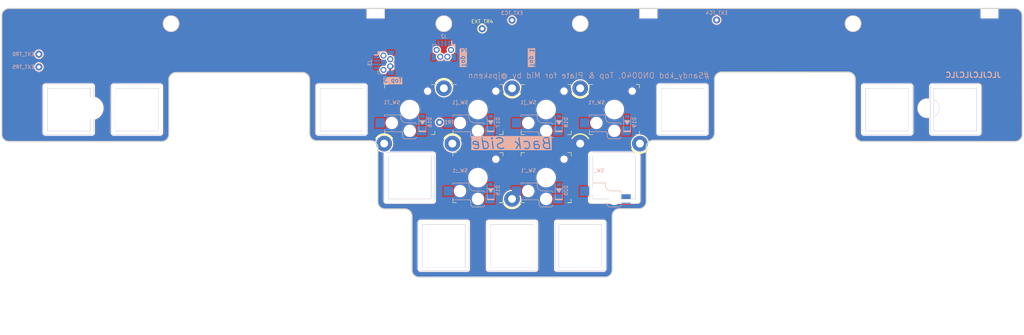
<source format=kicad_pcb>
(kicad_pcb (version 20240108) (generator "pcbnew") (generator_version "8.0")
  (title_block (title "Sandy") (date "2023-01-06") (rev "v.0") (company "@jpskenn"))
  (layers (0 "F.Cu" signal) (31 "B.Cu" signal) (34 "B.Paste" user) (35 "F.Paste" user) (36 "B.SilkS" user "B.Silkscreen") (37 "F.SilkS" user "F.Silkscreen") (38 "B.Mask" user) (39 "F.Mask" user) (44 "Edge.Cuts" user))
  (net 0 "")
  (net 1 "Top_row4")
  (net 2 "GND")
  (net 3 "Net-(D16-A)")
  (net 4 "Net-(D17-A)")
  (net 5 "Net-(D18-A)")
  (net 6 "Top_row0")
  (net 7 "Top_row5")
  (net 8 "Net-(D19-A)")
  (net 9 "Top_row1")
  (net 10 "Top_col2")
  (net 11 "Top_col3")
  (net 12 "Top_col4")
  (net 13 "Net-(D15-A)")
  (net 14 "Net-(D20-A)")
  (footprint "locallib:Kailh_socket_ChocV2" (layer "F.Cu") (at 148.45531 65.103405)
    (property "Reference" "SW_;1" (at -5 -2 0) (layer "B.SilkS") (effects (justify mirror)))
    (property "Value" "SW_Push")
    (fp_line (start -7 1.5) (end -7 2) (stroke (width 0.15)) (layer "B.SilkS"))
    (fp_line (start -7 5.6) (end -7 6.2) (stroke (width 0.15)) (layer "B.SilkS"))
    (fp_line (start -7 6.2) (end -2.5 6.2) (stroke (width 0.15)) (layer "B.SilkS"))
    (fp_line (start -2.5 1.5) (end -7 1.5) (stroke (width 0.15)) (layer "B.SilkS"))
    (fp_line (start -2.5 2.2) (end -2.5 1.5) (stroke (width 0.15)) (layer "B.SilkS"))
    (fp_line (start -2 6.7) (end -2 7.7) (stroke (width 0.15)) (layer "B.SilkS"))
    (fp_line (start -1.5 8.2) (end -2 7.7) (stroke (width 0.15)) (layer "B.SilkS"))
    (fp_line (start 1.5 3.7) (end -1 3.7) (stroke (width 0.15)) (layer "B.SilkS"))
    (fp_line (start 1.5 8.2) (end -1.5 8.2) (stroke (width 0.15)) (layer "B.SilkS"))
    (fp_line (start 2 4.2) (end 1.5 3.7) (stroke (width 0.15)) (layer "B.SilkS"))
    (fp_line (start 2 7.7) (end 1.5 8.2) (stroke (width 0.15)) (layer "B.SilkS"))
    (fp_arc (start -2.5 6.2) (mid -2.146447 6.346447) (end -2 6.7) (stroke (width 0.15)) (layer "B.SilkS"))
    (fp_arc (start -1 3.7) (mid -2.06066 3.26066) (end -2.5 2.2) (stroke (width 0.15)) (layer "B.SilkS"))
    (fp_line (start -7 -6) (end -7 -7) (stroke (width 0.15)) (layer "F.SilkS"))
    (fp_line (start -7 7) (end -7 6) (stroke (width 0.15)) (layer "F.SilkS"))
    (fp_line (start -7 7) (end -6 7) (stroke (width 0.15)) (layer "F.SilkS"))
    (fp_line (start -6 -7) (end -7 -7) (stroke (width 0.15)) (layer "F.SilkS"))
    (fp_line (start 6 7) (end 7 7) (stroke (width 0.15)) (layer "F.SilkS"))
    (fp_line (start 7 -7) (end 6 -7) (stroke (width 0.15)) (layer "F.SilkS"))
    (fp_line (start 7 -7) (end 7 -6) (stroke (width 0.15)) (layer "F.SilkS"))
    (fp_line (start 7 6) (end 7 7) (stroke (width 0.15)) (layer "F.SilkS"))
    (fp_line (start 7 7) (end 6 7) (stroke (width 0.15)) (layer "F.SilkS"))
    (pad "" np_thru_hole circle (at -5 3.75) (size 3 3) (drill 3) (layers "*.Cu" "*.Mask"))
    (pad "" np_thru_hole circle (at 0 0) (size 5 5) (drill 5) (layers "*.Cu" "*.Mask"))
    (pad "" np_thru_hole circle (at 0 5.95) (size 3 3) (drill 3) (layers "*.Cu" "*.Mask"))
    (pad "" np_thru_hole circle (at 5 -5.15) (size 1.6 1.6) (drill 1.6) (layers "F&B.Cu" "*.Mask"))
    (pad "1" smd rect (at 3.275 5.95) (size 2.6 2.6) (layers "B.Cu" "B.Paste" "B.Mask") (net 11 "Top_col3"))
    (pad "2" smd rect (at -8.275 3.75) (size 2.6 2.6) (layers "B.Cu" "B.Paste" "B.Mask") (net 13 "Net-(D15-A)"))
  )
  (footprint "locallib:Kailh_socket_ChocV2" (layer "F.Cu") (at 167.50531 46.053405)
    (property "Reference" "SW_]1" (at -5 -2 0) (layer "B.SilkS") (effects (justify mirror)))
    (property "Value" "SW_Push")
    (fp_line (start -7 1.5) (end -7 2) (stroke (width 0.15)) (layer "B.SilkS"))
    (fp_line (start -7 5.6) (end -7 6.2) (stroke (width 0.15)) (layer "B.SilkS"))
    (fp_line (start -7 6.2) (end -2.5 6.2) (stroke (width 0.15)) (layer "B.SilkS"))
    (fp_line (start -2.5 1.5) (end -7 1.5) (stroke (width 0.15)) (layer "B.SilkS"))
    (fp_line (start -2.5 2.2) (end -2.5 1.5) (stroke (width 0.15)) (layer "B.SilkS"))
    (fp_line (start -2 6.7) (end -2 7.7) (stroke (width 0.15)) (layer "B.SilkS"))
    (fp_line (start -1.5 8.2) (end -2 7.7) (stroke (width 0.15)) (layer "B.SilkS"))
    (fp_line (start 1.5 3.7) (end -1 3.7) (stroke (width 0.15)) (layer "B.SilkS"))
    (fp_line (start 1.5 8.2) (end -1.5 8.2) (stroke (width 0.15)) (layer "B.SilkS"))
    (fp_line (start 2 4.2) (end 1.5 3.7) (stroke (width 0.15)) (layer "B.SilkS"))
    (fp_line (start 2 7.7) (end 1.5 8.2) (stroke (width 0.15)) (layer "B.SilkS"))
    (fp_arc (start -2.5 6.2) (mid -2.146447 6.346447) (end -2 6.7) (stroke (width 0.15)) (layer "B.SilkS"))
    (fp_arc (start -1 3.7) (mid -2.06066 3.26066) (end -2.5 2.2) (stroke (width 0.15)) (layer "B.SilkS"))
    (fp_line (start -7 -6) (end -7 -7) (stroke (width 0.15)) (layer "F.SilkS"))
    (fp_line (start -7 7) (end -7 6) (stroke (width 0.15)) (layer "F.SilkS"))
    (fp_line (start -7 7) (end -6 7) (stroke (width 0.15)) (layer "F.SilkS"))
    (fp_line (start -6 -7) (end -7 -7) (stroke (width 0.15)) (layer "F.SilkS"))
    (fp_line (start 6 7) (end 7 7) (stroke (width 0.15)) (layer "F.SilkS"))
    (fp_line (start 7 -7) (end 6 -7) (stroke (width 0.15)) (layer "F.SilkS"))
    (fp_line (start 7 -7) (end 7 -6) (stroke (width 0.15)) (layer "F.SilkS"))
    (fp_line (start 7 6) (end 7 7) (stroke (width 0.15)) (layer "F.SilkS"))
    (fp_line (start 7 7) (end 6 7) (stroke (width 0.15)) (layer "F.SilkS"))
    (pad "" np_thru_hole circle (at -5 3.75) (size 3 3) (drill 3) (layers "*.Cu" "*.Mask"))
    (pad "" np_thru_hole circle (at 0 0) (size 5 5) (drill 5) (layers "*.Cu" "*.Mask"))
    (pad "" np_thru_hole circle (at 0 5.95) (size 3 3) (drill 3) (layers "*.Cu" "*.Mask"))
    (pad "" np_thru_hole circle (at 5 -5.15) (size 1.6 1.6) (drill 1.6) (layers "F&B.Cu" "*.Mask"))
    (pad "1" smd rect (at 3.275 5.95) (size 2.6 2.6) (layers "B.Cu" "B.Paste" "B.Mask") (net 11 "Top_col3"))
    (pad "2" smd rect (at -8.275 3.75) (size 2.6 2.6) (layers "B.Cu" "B.Paste" "B.Mask") (net 5 "Net-(D18-A)"))
  )
  (footprint "locallib:MountingHole_2.2mm_M2_Pad_minimal" (layer "F.Cu") (at 138.93031 40.10028)
    (property "Reference" "H12" (hide yes))
    (property "Value" "MountingHole")
    (fp_arc (start -2.286 -1.428606) (mid 0 -2.6924) (end 2.286 -1.428606) (stroke (width 0.4)) (layer "F.SilkS"))
    (pad "1" thru_hole circle (at 0 0) (size 4.4 4.4) (drill 2.2) (layers "*.Cu" "*.Mask") (net 9 "Top_row1"))
  )
  (footprint "clipboard:1d23b097-72e0-487b-bec7-a328ee8b6ed7" (layer "F.Cu") (at 141.239736 50.815854)
    (property "Reference" "" (at 0 0 0) (layer "F.SilkS") (effects (font (size 1.27 1.27))))
    (property "Value" "" (at 0 0 0) (layer "F.SilkS") (effects (font (size 1.27 1.27))))
  )
  (footprint "locallib:Kailh_socket_ChocV2" (layer "F.Cu") (at 129.40531 46.053405)
    (property "Reference" "SW_T1" (at -5 -2 0) (layer "B.SilkS") (effects (justify mirror)))
    (property "Value" "SW_Push")
    (fp_line (start -7 1.5) (end -7 2) (stroke (width 0.15)) (layer "B.SilkS"))
    (fp_line (start -7 5.6) (end -7 6.2) (stroke (width 0.15)) (layer "B.SilkS"))
    (fp_line (start -7 6.2) (end -2.5 6.2) (stroke (width 0.15)) (layer "B.SilkS"))
    (fp_line (start -2.5 1.5) (end -7 1.5) (stroke (width 0.15)) (layer "B.SilkS"))
    (fp_line (start -2.5 2.2) (end -2.5 1.5) (stroke (width 0.15)) (layer "B.SilkS"))
    (fp_line (start -2 6.7) (end -2 7.7) (stroke (width 0.15)) (layer "B.SilkS"))
    (fp_line (start -1.5 8.2) (end -2 7.7) (stroke (width 0.15)) (layer "B.SilkS"))
    (fp_line (start 1.5 3.7) (end -1 3.7) (stroke (width 0.15)) (layer "B.SilkS"))
    (fp_line (start 1.5 8.2) (end -1.5 8.2) (stroke (width 0.15)) (layer "B.SilkS"))
    (fp_line (start 2 4.2) (end 1.5 3.7) (stroke (width 0.15)) (layer "B.SilkS"))
    (fp_line (start 2 7.7) (end 1.5 8.2) (stroke (width 0.15)) (layer "B.SilkS"))
    (fp_arc (start -2.5 6.2) (mid -2.146447 6.346447) (end -2 6.7) (stroke (width 0.15)) (layer "B.SilkS"))
    (fp_arc (start -1 3.7) (mid -2.06066 3.26066) (end -2.5 2.2) (stroke (width 0.15)) (layer "B.SilkS"))
    (fp_line (start -7 -6) (end -7 -7) (stroke (width 0.15)) (layer "F.SilkS"))
    (fp_line (start -7 7) (end -7 6) (stroke (width 0.15)) (layer "F.SilkS"))
    (fp_line (start -7 7) (end -6 7) (stroke (width 0.15)) (layer "F.SilkS"))
    (fp_line (start -6 -7) (end -7 -7) (stroke (width 0.15)) (layer "F.SilkS"))
    (fp_line (start 6 7) (end 7 7) (stroke (width 0.15)) (layer "F.SilkS"))
    (fp_line (start 7 -7) (end 6 -7) (stroke (width 0.15)) (layer "F.SilkS"))
    (fp_line (start 7 -7) (end 7 -6) (stroke (width 0.15)) (layer "F.SilkS"))
    (fp_line (start 7 6) (end 7 7) (stroke (width 0.15)) (layer "F.SilkS"))
    (fp_line (start 7 7) (end 6 7) (stroke (width 0.15)) (layer "F.SilkS"))
    (pad "" np_thru_hole circle (at -5 3.75) (size 3 3) (drill 3) (layers "*.Cu" "*.Mask"))
    (pad "" np_thru_hole circle (at 0 0) (size 5 5) (drill 5) (layers "*.Cu" "*.Mask"))
    (pad "" np_thru_hole circle (at 0 5.95) (size 3 3) (drill 3) (layers "*.Cu" "*.Mask"))
    (pad "" np_thru_hole circle (at 5 -5.15) (size 1.6 1.6) (drill 1.6) (layers "F&B.Cu" "*.Mask"))
    (pad "1" smd rect (at 3.275 5.95) (size 2.6 2.6) (layers "B.Cu" "B.Paste" "B.Mask") (net 10 "Top_col2"))
    (pad "2" smd rect (at -8.275 3.75) (size 2.6 2.6) (layers "B.Cu" "B.Paste" "B.Mask") (net 3 "Net-(D16-A)"))
  )
  (footprint "locallib:60_Outline-Sandy-DN0040-Top-sw-hole" (layer "F.Cu") (at 157.98031 55.578405)
    (property "Reference" "REF**" (hide yes))
    (property "Value" "60_Outline" (hide yes))
    (fp_line (start -142.525 -2.585826) (end -142.525 -35.80004) (stroke (width 0.3)) (layer "Edge.Cuts"))
    (fp_line (start -140.539214 -0.60004) (end -97.855 -0.60004) (stroke (width 0.3)) (layer "Edge.Cuts"))
    (fp_line (start -95.855 -2.60004) (end -95.855 -17.885826) (stroke (width 0.3)) (layer "Edge.Cuts"))
    (fp_line (start -93.855 -19.885826) (end -58.535 -19.87504) (stroke (width 0.3)) (layer "Edge.Cuts"))
    (fp_line (start -56.535 -2.80004) (end -56.535 -17.87504) (stroke (width 0.3)) (layer "Edge.Cuts"))
    (fp_line (start -54.535 -0.80004) (end -39.475 -0.80004) (stroke (width 0.3)) (layer "Edge.Cuts"))
    (fp_line (start -37.475 16.27496) (end -37.475 1.19996) (stroke (width 0.3)) (layer "Edge.Cuts"))
    (fp_line (start -35.475 18.27496) (end -29.95 18.27496) (stroke (width 0.3)) (layer "Edge.Cuts"))
    (fp_line (start -27.95 35.34996) (end -27.95 20.27496) (stroke (width 0.3)) (layer "Edge.Cuts"))
    (fp_line (start -25.95 37.34996) (end 25.975 37.345746) (stroke (width 0.3)) (layer "Edge.Cuts"))
    (fp_line (start 27.975 35.345746) (end 27.975 20.214174) (stroke (width 0.3)) (layer "Edge.Cuts"))
    (fp_line (start 29.975 18.214174) (end 35.475 18.204174) (stroke (width 0.3)) (layer "Edge.Cuts"))
    (fp_line (start 37.475 16.204174) (end 37.475 1.072602) (stroke (width 0.3)) (layer "Edge.Cuts"))
    (fp_line (start 39.475 -0.927398) (end 54.555 -0.937398) (stroke (width 0.3)) (layer "Edge.Cuts"))
    (fp_line (start 56.555 -2.937398) (end 56.555 -18.012398) (stroke (width 0.3)) (layer "Edge.Cuts"))
    (fp_line (start 58.555 -20.012398) (end 93.875 -20.001612) (stroke (width 0.3)) (layer "Edge.Cuts"))
    (fp_line (start 95.875 -2.60004) (end 95.875 -18.001612) (stroke (width 0.3)) (layer "Edge.Cuts"))
    (fp_line (start 115.875 -7.2485) (end 116.725 -7.248114) (stroke (width 0.15)) (layer "Edge.Cuts"))
    (fp_line (start 115.975 -12.550386) (end 116.825 -12.55) (stroke (width 0.15)) (layer "Edge.Cuts"))
    (fp_line (start 140.475 -37.80004) (end -140.525 -37.80004) (stroke (width 0.3)) (layer "Edge.Cuts"))
    (fp_line (start 140.510786 -0.60004) (end 97.875 -0.60004) (stroke (width 0.3)) (layer "Edge.Cuts"))
    (fp_line (start 142.510786 -2.60004) (end 142.475 -35.80004) (stroke (width 0.3)) (layer "Edge.Cuts"))
    (fp_arc (start -142.525 -35.80004) (mid -141.939214 -37.214254) (end -140.525 -37.80004) (stroke (width 0.3)) (layer "Edge.Cuts"))
    (fp_arc (start -140.539214 -0.60004) (mid -141.943377 -1.181663) (end -142.525 -2.585826) (stroke (width 0.3)) (layer "Edge.Cuts"))
    (fp_arc (start -95.855 -17.885826) (mid -95.269214 -19.30004) (end -93.855 -19.885826) (stroke (width 0.3)) (layer "Edge.Cuts"))
    (fp_arc (start -95.855 -2.60004) (mid -96.440786 -1.185826) (end -97.855 -0.60004) (stroke (width 0.3)) (layer "Edge.Cuts"))
    (fp_arc (start -58.535 -19.87504) (mid -57.120786 -19.289254) (end -56.535 -17.87504) (stroke (width 0.3)) (layer "Edge.Cuts"))
    (fp_arc (start -54.535 -0.80004) (mid -55.949214 -1.385826) (end -56.535 -2.80004) (stroke (width 0.3)) (layer "Edge.Cuts"))
    (fp_arc (start -39.475 -0.80004) (mid -38.060786 -0.214254) (end -37.475 1.19996) (stroke (width 0.3)) (layer "Edge.Cuts"))
    (fp_arc (start -35.475 18.27496) (mid -36.889214 17.689174) (end -37.475 16.27496) (stroke (width 0.3)) (layer "Edge.Cuts"))
    (fp_arc (start -29.95 18.27496) (mid -28.535786 18.860746) (end -27.95 20.27496) (stroke (width 0.3)) (layer "Edge.Cuts"))
    (fp_arc (start -25.95 37.34996) (mid -27.364214 36.764174) (end -27.95 35.34996) (stroke (width 0.3)) (layer "Edge.Cuts"))
    (fp_arc (start 27.975 20.214174) (mid 28.560766 18.799948) (end 29.975 18.214174) (stroke (width 0.3)) (layer "Edge.Cuts"))
    (fp_arc (start 27.975 35.345746) (mid 27.389238 36.759986) (end 25.975 37.345746) (stroke (width 0.3)) (layer "Edge.Cuts"))
    (fp_arc (start 37.475 1.072602) (mid 38.060786 -0.341613) (end 39.475 -0.927398) (stroke (width 0.3)) (layer "Edge.Cuts"))
    (fp_arc (start 37.475 16.204174) (mid 36.889193 17.618375) (end 35.475 18.204174) (stroke (width 0.3)) (layer "Edge.Cuts"))
    (fp_arc (start 56.555 -18.012398) (mid 57.140786 -19.426613) (end 58.555 -20.012398) (stroke (width 0.3)) (layer "Edge.Cuts"))
    (fp_arc (start 56.555 -2.937398) (mid 55.969213 -1.523186) (end 54.555 -0.937398) (stroke (width 0.3)) (layer "Edge.Cuts"))
    (fp_arc (start 93.875 -20.001612) (mid 95.289189 -19.415797) (end 95.875 -18.001612) (stroke (width 0.3)) (layer "Edge.Cuts"))
    (fp_arc (start 97.875 -0.60004) (mid 96.460736 -1.185794) (end 95.875 -2.60004) (stroke (width 0.3)) (layer "Edge.Cuts"))
    (fp_arc (start 115.875 -7.2485) (mid 113.323585 -9.948509) (end 115.975 -12.550386) (stroke (width 0.12)) (layer "Edge.Cuts"))
    (fp_arc (start 116.825 -12.55) (mid 119.376415 -9.849991) (end 116.725 -7.248114) (stroke (width 0.12)) (layer "Edge.Cuts"))
    (fp_arc (start 140.475 -37.80004) (mid 141.889163 -37.214221) (end 142.475 -35.80004) (stroke (width 0.3)) (layer "Edge.Cuts"))
    (fp_arc (start 142.510786 -2.60004) (mid 141.925042 -1.185776) (end 140.510786 -0.60004) (stroke (width 0.3)) (layer "Edge.Cuts"))
    (fp_circle (center -95.25 -33.55004) (end -93.05 -33.55004) (stroke (width 0.15)) (fill none) (layer "Edge.Cuts"))
    (fp_circle (center -19.05 -33.55004) (end -16.85 -33.55004) (stroke (width 0.15)) (fill none) (layer "Edge.Cuts"))
    (fp_circle (center 19.05 -33.55004) (end 21.25 -33.55004) (stroke (width 0.15)) (fill none) (layer "Edge.Cuts"))
    (fp_circle (center 95.25 -33.55004) (end 97.45 -33.55004) (stroke (width 0.15)) (fill none) (layer "Edge.Cuts"))
    (pad "" np_thru_hole roundrect (at -130.325 -9.525 90) (size 14 1) (drill oval 14 1) (layers "F&B.Cu" "*.Mask") (roundrect_rratio 0.5))
    (pad "" np_thru_hole roundrect (at -123.825 -16.025) (size 14 1) (drill oval 14 1) (layers "F&B.Cu" "*.Mask") (roundrect_rratio 0.5))
    (pad "" np_thru_hole roundrect (at -123.825 -3.025) (size 14 1) (drill oval 14 1) (layers "F&B.Cu" "*.Mask") (roundrect_rratio 0.5))
    (pad "" np_thru_hole circle (at -117.348 -9.906) (size 6.096 6.096) (drill 6.096) (layers "F&B.Cu" "*.Mask"))
    (pad "" np_thru_hole roundrect (at -117.325 -9.525 90) (size 14 1) (drill oval 14 1) (layers "F&B.Cu" "*.Mask") (roundrect_rratio 0.5))
    (pad "" np_thru_hole roundrect (at -111.275 -9.525 90) (size 14 1) (drill oval 14 1) (layers "F&B.Cu" "*.Mask") (roundrect_rratio 0.5))
    (pad "" np_thru_hole roundrect (at -104.775 -16.025) (size 14 1) (drill oval 14 1) (layers "F&B.Cu" "*.Mask") (roundrect_rratio 0.5))
    (pad "" np_thru_hole roundrect (at -104.775 -3.025) (size 14 1) (drill oval 14 1) (layers "F&B.Cu" "*.Mask") (roundrect_rratio 0.5))
    (pad "" np_thru_hole roundrect (at -98.275 -9.525 90) (size 14 1) (drill oval 14 1) (layers "F&B.Cu" "*.Mask") (roundrect_rratio 0.5))
    (pad "" np_thru_hole roundrect (at -54.125 -9.525 90) (size 14 1) (drill oval 14 1) (layers "F&B.Cu" "*.Mask") (roundrect_rratio 0.5))
    (pad "" np_thru_hole roundrect (at -47.625 -16.025) (size 14 1) (drill oval 14 1) (layers "F&B.Cu" "*.Mask") (roundrect_rratio 0.5))
    (pad "" np_thru_hole roundrect (at -47.625 -3.025) (size 14 1) (drill oval 14 1) (layers "F&B.Cu" "*.Mask") (roundrect_rratio 0.5))
    (pad "" np_thru_hole roundrect (at -41.125 -9.525 90) (size 14 1) (drill oval 14 1) (layers "F&B.Cu" "*.Mask") (roundrect_rratio 0.5))
    (pad "" np_thru_hole roundrect (at -35.075 9.525 90) (size 14 1) (drill oval 14 1) (layers "F&B.Cu" "*.Mask") (roundrect_rratio 0.5))
    (pad "" np_thru_hole roundrect (at -28.575 3.025) (size 14 1) (drill oval 14 1) (layers "F&B.Cu" "*.Mask") (roundrect_rratio 0.5))
    (pad "" np_thru_hole roundrect (at -28.575 16.025) (size 14 1) (drill oval 14 1) (layers "F&B.Cu" "*.Mask") (roundrect_rratio 0.5))
    (pad "" np_thru_hole roundrect (at -25.55 28.575 90) (size 14 1) (drill oval 14 1) (layers "F&B.Cu" "*.Mask") (roundrect_rratio 0.5))
    (pad "" np_thru_hole roundrect (at -22.075 9.525 90) (size 14 1) (drill oval 14 1) (layers "F&B.Cu" "*.Mask") (roundrect_rratio 0.5))
    (pad "" np_thru_hole roundrect (at -19.05 22.075) (size 14 1) (drill oval 14 1) (layers "F&B.Cu" "*.Mask") (roundrect_rratio 0.5))
    (pad "" np_thru_hole roundrect (at -19.05 35.075) (size 14 1) (drill oval 14 1) (layers "F&B.Cu" "*.Mask") (roundrect_rratio 0.5))
    (pad "" np_thru_hole roundrect (at -12.55 28.575 90) (size 14 1) (drill oval 14 1) (layers "F&B.Cu" "*.Mask") (roundrect_rratio 0.5))
    (pad "" np_thru_hole roundrect (at -6.5 28.575 90) (size 14 1) (drill oval 14 1) (layers "F&B.Cu" "*.Mask") (roundrect_rratio 0.5))
    (pad "" np_thru_hole roundrect (at 0 22.075) (size 14 1) (drill oval 14 1) (layers "F&B.Cu" "*.Mask") (roundrect_rratio 0.5))
    (pad "" np_thru_hole roundrect (at 0 35.075) (size 14 1) (drill oval 14 1) (layers "F&B.Cu" "*.Mask") (roundrect_rratio 0.5))
    (pad "" np_thru_hole roundrect (at 6.5 28.575 90) (size 14 1) (drill oval 14 1) (layers "F&B.Cu" "*.Mask") (roundrect_rratio 0.5))
    (pad "" np_thru_hole roundrect (at 12.55 28.575 90) (size 14 1) (drill oval 14 1) (layers "F&B.Cu" "*.Mask") (roundrect_rratio 0.5))
    (pad "" np_thru_hole roundrect (at 19.05 22.075) (size 14 1) (drill oval 14 1) (layers "F&B.Cu" "*.Mask") (roundrect_rratio 0.5))
    (pad "" np_thru_hole roundrect (at 19.05 35.075) (size 14 1) (drill oval 14 1) (layers "F&B.Cu" "*.Mask") (roundrect_rratio 0.5))
    (pad "" np_thru_hole roundrect (at 22.075 9.525 90) (size 14 1) (drill oval 14 1) (layers "F&B.Cu" "*.Mask") (roundrect_rratio 0.5))
    (pad "" np_thru_hole roundrect (at 25.55 28.575 90) (size 14 1) (drill oval 14 1) (layers "F&B.Cu" "*.Mask") (roundrect_rratio 0.5))
    (pad "" np_thru_hole roundrect (at 28.575 3.025) (size 14 1) (drill oval 14 1) (layers "F&B.Cu" "*.Mask") (roundrect_rratio 0.5))
    (pad "" np_thru_hole roundrect (at 28.575 16.025) (size 14 1) (drill oval 14 1) (layers "F&B.Cu" "*.Mask") (roundrect_rratio 0.5))
    (pad "" np_thru_hole roundrect (at 35.075 9.525 90) (size 14 1) (drill oval 14 1) (layers "F&B.Cu" "*.Mask") (roundrect_rratio 0.5))
    (pad "" np_thru_hole roundrect (at 41.125 -9.525 90) (size 14 1) (drill oval 14 1) (layers "F&B.Cu" "*.Mask") (roundrect_rratio 0.5))
    (pad "" np_thru_hole roundrect (at 47.625 -16.025) (size 14 1) (drill oval 14 1) (layers "F&B.Cu" "*.Mask") (roundrect_rratio 0.5))
    (pad "" np_thru_hole roundrect (at 47.625 -3.025) (size 14 1) (drill oval 14 1) (layers "F&B.Cu" "*.Mask") (roundrect_rratio 0.5))
    (pad "" np_thru_hole roundrect (at 54.125 -9.525 90) (size 14 1) (drill oval 14 1) (layers "F&B.Cu" "*.Mask") (roundrect_rratio 0.5))
    (pad "" np_thru_hole roundrect (at 98.275 -9.525 90) (size 14 1) (drill oval 14 1) (layers "F&B.Cu" "*.Mask") (roundrect_rratio 0.5))
    (pad "" np_thru_hole roundrect (at 104.775 -16.025) (size 14 1) (drill oval 14 1) (layers "F&B.Cu" "*.Mask") (roundrect_rratio 0.5))
    (pad "" np_thru_hole roundrect (at 104.775 -3.025) (size 14 1) (drill oval 14 1) (layers "F&B.Cu" "*.Mask") (roundrect_rratio 0.5))
    (pad "" np_thru_hole roundrect (at 111.275 -9.525 90) (size 14 1) (drill oval 14 1) (layers "F&B.Cu" "*.Mask") (roundrect_rratio 0.5))
    (pad "" np_thru_hole roundrect (at 117.325 -9.525 90) (size 14 1) (drill oval 14 1) (layers "F&B.Cu" "*.Mask") (roundrect_rratio 0.5))
    (pad "" np_thru_hole roundrect (at 123.825 -16.025) (size 14 1) (drill oval 14 1) (layers "F&B.Cu" "*.Mask") (roundrect_rratio 0.5))
    (pad "" np_thru_hole roundrect (at 123.825 -3.025) (size 14 1) (drill oval 14 1) (layers "F&B.Cu" "*.Mask") (roundrect_rratio 0.5))
    (pad "" np_thru_hole roundrect (at 130.325 -9.525 90) (size 14 1) (drill oval 14 1) (layers "F&B.Cu" "*.Mask") (roundrect_rratio 0.5))
  )
  (footprint "locallib:MountingHole_2.2mm_M2_Pad_minimal" (layer "F.Cu") (at 122.26156 55.578405)
    (property "Reference" "H11" (hide yes))
    (property "Value" "MountingHole")
    (fp_arc (start -2.286 -1.428606) (mid 0 -2.6924) (end 2.286 -1.428606) (stroke (width 0.4)) (layer "F.SilkS"))
    (pad "1" thru_hole circle (at 0 0) (size 4.4 4.4) (drill 2.2) (layers "*.Cu" "*.Mask") (net 6 "Top_row0"))
  )
  (footprint "locallib:Kailh_socket_ChocV2" (layer "F.Cu") (at 148.45531 46.053405)
    (property "Reference" "SW_[1" (at -5 -2 0) (layer "B.SilkS") (effects (justify mirror)))
    (property "Value" "SW_Push")
    (fp_line (start -7 1.5) (end -7 2) (stroke (width 0.15)) (layer "B.SilkS"))
    (fp_line (start -7 5.6) (end -7 6.2) (stroke (width 0.15)) (layer "B.SilkS"))
    (fp_line (start -7 6.2) (end -2.5 6.2) (stroke (width 0.15)) (layer "B.SilkS"))
    (fp_line (start -2.5 1.5) (end -7 1.5) (stroke (width 0.15)) (layer "B.SilkS"))
    (fp_line (start -2.5 2.2) (end -2.5 1.5) (stroke (width 0.15)) (layer "B.SilkS"))
    (fp_line (start -2 6.7) (end -2 7.7) (stroke (width 0.15)) (layer "B.SilkS"))
    (fp_line (start -1.5 8.2) (end -2 7.7) (stroke (width 0.15)) (layer "B.SilkS"))
    (fp_line (start 1.5 3.7) (end -1 3.7) (stroke (width 0.15)) (layer "B.SilkS"))
    (fp_line (start 1.5 8.2) (end -1.5 8.2) (stroke (width 0.15)) (layer "B.SilkS"))
    (fp_line (start 2 4.2) (end 1.5 3.7) (stroke (width 0.15)) (layer "B.SilkS"))
    (fp_line (start 2 7.7) (end 1.5 8.2) (stroke (width 0.15)) (layer "B.SilkS"))
    (fp_arc (start -2.5 6.2) (mid -2.146447 6.346447) (end -2 6.7) (stroke (width 0.15)) (layer "B.SilkS"))
    (fp_arc (start -1 3.7) (mid -2.06066 3.26066) (end -2.5 2.2) (stroke (width 0.15)) (layer "B.SilkS"))
    (fp_line (start -7 -6) (end -7 -7) (stroke (width 0.15)) (layer "F.SilkS"))
    (fp_line (start -7 7) (end -7 6) (stroke (width 0.15)) (layer "F.SilkS"))
    (fp_line (start -7 7) (end -6 7) (stroke (width 0.15)) (layer "F.SilkS"))
    (fp_line (start -6 -7) (end -7 -7) (stroke (width 0.15)) (layer "F.SilkS"))
    (fp_line (start 6 7) (end 7 7) (stroke (width 0.15)) (layer "F.SilkS"))
    (fp_line (start 7 -7) (end 6 -7) (stroke (width 0.15)) (layer "F.SilkS"))
    (fp_line (start 7 -7) (end 7 -6) (stroke (width 0.15)) (layer "F.SilkS"))
    (fp_line (start 7 6) (end 7 7) (stroke (width 0.15)) (layer "F.SilkS"))
    (fp_line (start 7 7) (end 6 7) (stroke (width 0.15)) (layer "F.SilkS"))
    (pad "" np_thru_hole circle (at -5 3.75) (size 3 3) (drill 3) (layers "*.Cu" "*.Mask"))
    (pad "" np_thru_hole circle (at 0 0) (size 5 5) (drill 5) (layers "*.Cu" "*.Mask"))
    (pad "" np_thru_hole circle (at 0 5.95) (size 3 3) (drill 3) (layers "*.Cu" "*.Mask"))
    (pad "" np_thru_hole circle (at 5 -5.15) (size 1.6 1.6) (drill 1.6) (layers "F&B.Cu" "*.Mask"))
    (pad "1" smd rect (at 3.275 5.95) (size 2.6 2.6) (layers "B.Cu" "B.Paste" "B.Mask") (net 11 "Top_col3"))
    (pad "2" smd rect (at -8.275 3.75) (size 2.6 2.6) (layers "B.Cu" "B.Paste" "B.Mask") (net 4 "Net-(D17-A)"))
  )
  (footprint "locallib:MountingHole_2.2mm_M2_Pad_minimal" (layer "F.Cu") (at 177.03031 55.578405)
    (property "Reference" "H10" (hide yes))
    (property "Value" "MountingHole")
    (fp_arc (start -2.286 -1.428606) (mid 0 -2.6924) (end 2.286 -1.428606) (stroke (width 0.4)) (layer "F.SilkS"))
    (pad "1" thru_hole circle (at 0 0) (size 4.4 4.4) (drill 2.2) (layers "*.Cu" "*.Mask") (net 2 "GND"))
  )
  (footprint "locallib:TestPoint_THTPad_D2.0mm_Drill1.0mm" (layer "F.Cu") (at 149.645935 23.43153)
    (property "Reference" "EXT_TR4" (at 0 -1.998 0) (layer "F.SilkS"))
    (property "Value" "Conn_01x01")
    (fp_circle (center 0 0) (end 0 1.3) (stroke (width 0.12)) (fill none) (layer "F.SilkS"))
    (pad "1" thru_hole circle (at 0 0) (size 2 2) (drill 1) (layers "*.Cu" "*.Mask") (net 1 "Top_row4"))
  )
  (footprint "locallib:MountingHole_2.2mm_M2_Pad_minimal" (layer "F.Cu") (at 193.69906 55.578405 180)
    (property "Reference" "H3" (hide yes))
    (property "Value" "MountingHole")
    (fp_arc (start -2.286 -1.428606) (mid 0 -2.6924) (end 2.286 -1.428606) (stroke (width 0.4)) (layer "F.SilkS"))
    (pad "1" thru_hole circle (at 0 0 180) (size 4.4 4.4) (drill 2.2) (layers "*.Cu" "*.Mask") (net 12 "Top_col4"))
  )
  (footprint "locallib:Kailh_socket_ChocV2" (layer "F.Cu") (at 186.55531 65.103405)
    (property "Reference" "SW_'1" (at -5 -2 0) (layer "B.SilkS") (effects (justify mirror)))
    (property "Value" "SW_Push")
    (fp_line (start -7 1.5) (end -7 2) (stroke (width 0.15)) (layer "B.SilkS"))
    (fp_line (start -7 5.6) (end -7 6.2) (stroke (width 0.15)) (layer "B.SilkS"))
    (fp_line (start -7 6.2) (end -2.5 6.2) (stroke (width 0.15)) (layer "B.SilkS"))
    (fp_line (start -2.5 1.5) (end -7 1.5) (stroke (width 0.15)) (layer "B.SilkS"))
    (fp_line (start -2.5 2.2) (end -2.5 1.5) (stroke (width 0.15)) (layer "B.SilkS"))
    (fp_line (start -2 6.7) (end -2 7.7) (stroke (width 0.15)) (layer "B.SilkS"))
    (fp_line (start -1.5 8.2) (end -2 7.7) (stroke (width 0.15)) (layer "B.SilkS"))
    (fp_line (start 1.5 3.7) (end -1 3.7) (stroke (width 0.15)) (layer "B.SilkS"))
    (fp_line (start 1.5 8.2) (end -1.5 8.2) (stroke (width 0.15)) (layer "B.SilkS"))
    (fp_line (start 2 4.2) (end 1.5 3.7) (stroke (width 0.15)) (layer "B.SilkS"))
    (fp_line (start 2 7.7) (end 1.5 8.2) (stroke (width 0.15)) (layer "B.SilkS"))
    (fp_arc (start -2.5 6.2) (mid -2.146447 6.346447) (end -2 6.7) (stroke (width 0.15)) (layer "B.SilkS"))
    (fp_arc (start -1 3.7) (mid -2.06066 3.26066) (end -2.5 2.2) (stroke (width 0.15)) (layer "B.SilkS"))
    (fp_line (start -7 -6) (end -7 -7) (stroke (width 0.15)) (layer "F.SilkS"))
    (fp_line (start -7 7) (end -7 6) (stroke (width 0.15)) (layer "F.SilkS"))
    (fp_line (start -7 7) (end -6 7) (stroke (width 0.15)) (layer "F.SilkS"))
    (fp_line (start -6 -7) (end -7 -7) (stroke (width 0.15)) (layer "F.SilkS"))
    (fp_line (start 6 7) (end 7 7) (stroke (width 0.15)) (layer "F.SilkS"))
    (fp_line (start 7 -7) (end 6 -7) (stroke (width 0.15)) (layer "F.SilkS"))
    (fp_line (start 7 -7) (end 7 -6) (stroke (width 0.15)) (layer "F.SilkS"))
    (fp_line (start 7 6) (end 7 7) (stroke (width 0.15)) (layer "F.SilkS"))
    (fp_line (start 7 7) (end 6 7) (stroke (width 0.15)) (layer "F.SilkS"))
    (pad "" np_thru_hole circle (at -5 3.75) (size 3 3) (drill 3) (layers "*.Cu" "*.Mask"))
    (pad "" np_thru_hole circle (at 0 0) (size 5 5) (drill 5) (layers "*.Cu" "*.Mask"))
    (pad "" np_thru_hole circle (at 0 5.95) (size 3 3) (drill 3) (layers "*.Cu" "*.Mask"))
    (pad "" np_thru_hole circle (at 5 -5.15) (size 1.6 1.6) (drill 1.6) (layers "F&B.Cu" "*.Mask"))
    (pad "1" smd rect (at 3.275 5.95) (size 2.6 2.6) (layers "B.Cu" "B.Paste" "B.Mask"))
    (pad "2" smd rect (at -8.275 3.75) (size 2.6 2.6) (layers "B.Cu" "B.Paste" "B.Mask"))
  )
  (footprint "locallib:MountingHole_2.2mm_M2_Pad_minimal" (layer "F.Cu") (at 157.98031 40.10028 180)
    (property "Reference" "H2" (hide yes))
    (property "Value" "MountingHole")
    (fp_arc (start -2.286 -1.428606) (mid 0 -2.6924) (end 2.286 -1.428606) (stroke (width 0.4)) (layer "F.SilkS"))
    (pad "1" thru_hole circle (at 0 0 180) (size 4.4 4.4) (drill 2.2) (layers "*.Cu" "*.Mask") (net 11 "Top_col3"))
  )
  (footprint "locallib:MountingHole_2.2mm_M2_Pad_minimal" (layer "F.Cu") (at 177.03031 40.10028 180)
    (property "Reference" "H6" (hide yes))
    (property "Value" "MountingHole")
    (fp_arc (start -2.286 -1.428606) (mid 0 -2.6924) (end 2.286 -1.428606) (stroke (width 0.4)) (layer "F.SilkS"))
    (pad "1" thru_hole circle (at 0 0 180) (size 4.4 4.4) (drill 2.2) (layers "*.Cu" "*.Mask") (net 10 "Top_col2"))
  )
  (footprint "locallib:MountingHole_2.2mm_M2_Pad_minimal" (layer "F.Cu") (at 157.98031 71.05653 180)
    (property "Reference" "H8" (hide yes))
    (property "Value" "MountingHole")
    (fp_arc (start -2.286 -1.428606) (mid 0 -2.6924) (end 2.286 -1.428606) (stroke (width 0.4)) (layer "F.SilkS"))
    (pad "1" thru_hole circle (at 0 0 180) (size 4.4 4.4) (drill 2.2) (layers "*.Cu" "*.Mask") (net 7 "Top_row5"))
  )
  (footprint "locallib:Kailh_socket_ChocV2" (layer "F.Cu") (at 186.55531 46.053405)
    (property "Reference" "SW_Y1" (at -5 -2 0) (layer "B.SilkS") (effects (justify mirror)))
    (property "Value" "SW_Push")
    (fp_line (start -7 1.5) (end -7 2) (stroke (width 0.15)) (layer "B.SilkS"))
    (fp_line (start -7 5.6) (end -7 6.2) (stroke (width 0.15)) (layer "B.SilkS"))
    (fp_line (start -7 6.2) (end -2.5 6.2) (stroke (width 0.15)) (layer "B.SilkS"))
    (fp_line (start -2.5 1.5) (end -7 1.5) (stroke (width 0.15)) (layer "B.SilkS"))
    (fp_line (start -2.5 2.2) (end -2.5 1.5) (stroke (width 0.15)) (layer "B.SilkS"))
    (fp_line (start -2 6.7) (end -2 7.7) (stroke (width 0.15)) (layer "B.SilkS"))
    (fp_line (start -1.5 8.2) (end -2 7.7) (stroke (width 0.15)) (layer "B.SilkS"))
    (fp_line (start 1.5 3.7) (end -1 3.7) (stroke (width 0.15)) (layer "B.SilkS"))
    (fp_line (start 1.5 8.2) (end -1.5 8.2) (stroke (width 0.15)) (layer "B.SilkS"))
    (fp_line (start 2 4.2) (end 1.5 3.7) (stroke (width 0.15)) (layer "B.SilkS"))
    (fp_line (start 2 7.7) (end 1.5 8.2) (stroke (width 0.15)) (layer "B.SilkS"))
    (fp_arc (start -2.5 6.2) (mid -2.146447 6.346447) (end -2 6.7) (stroke (width 0.15)) (layer "B.SilkS"))
    (fp_arc (start -1 3.7) (mid -2.06066 3.26066) (end -2.5 2.2) (stroke (width 0.15)) (layer "B.SilkS"))
    (fp_line (start -7 -6) (end -7 -7) (stroke (width 0.15)) (layer "F.SilkS"))
    (fp_line (start -7 7) (end -7 6) (stroke (width 0.15)) (layer "F.SilkS"))
    (fp_line (start -7 7) (end -6 7) (stroke (width 0.15)) (layer "F.SilkS"))
    (fp_line (start -6 -7) (end -7 -7) (stroke (width 0.15)) (layer "F.SilkS"))
    (fp_line (start 6 7) (end 7 7) (stroke (width 0.15)) (layer "F.SilkS"))
    (fp_line (start 7 -7) (end 6 -7) (stroke (width 0.15)) (layer "F.SilkS"))
    (fp_line (start 7 -7) (end 7 -6) (stroke (width 0.15)) (layer "F.SilkS"))
    (fp_line (start 7 6) (end 7 7) (stroke (width 0.15)) (layer "F.SilkS"))
    (fp_line (start 7 7) (end 6 7) (stroke (width 0.15)) (layer "F.SilkS"))
    (pad "" np_thru_hole circle (at -5 3.75) (size 3 3) (drill 3) (layers "*.Cu" "*.Mask"))
    (pad "" np_thru_hole circle (at 0 0) (size 5 5) (drill 5) (layers "*.Cu" "*.Mask"))
    (pad "" np_thru_hole circle (at 0 5.95) (size 3 3) (drill 3) (layers "*.Cu" "*.Mask"))
    (pad "" np_thru_hole circle (at 5 -5.15) (size 1.6 1.6) (drill 1.6) (layers "F&B.Cu" "*.Mask"))
    (pad "1" smd rect (at 3.275 5.95) (size 2.6 2.6) (layers "B.Cu" "B.Paste" "B.Mask") (net 12 "Top_col4"))
    (pad "2" smd rect (at -8.275 3.75) (size 2.6 2.6) (layers "B.Cu" "B.Paste" "B.Mask") (net 8 "Net-(D19-A)"))
  )
  (footprint "locallib:MountingHole_2.2mm_M2_Pad_minimal" (layer "F.Cu") (at 141.31156 55.578405)
    (property "Reference" "H9" (hide yes))
    (property "Value" "MountingHole")
    (fp_arc (start -2.286 -1.428606) (mid 0 -2.6924) (end 2.286 -1.428606) (stroke (width 0.4)) (layer "F.SilkS"))
    (pad "1" thru_hole circle (at 0 0) (size 4.4 4.4) (drill 2.2) (layers "*.Cu" "*.Mask") (net 1 "Top_row4"))
  )
  (footprint "locallib:Kailh_socket_ChocV2" (layer "F.Cu") (at 167.50531 65.103405)
    (property "Reference" "SW_'1" (at -5 -2 0) (layer "B.SilkS") (effects (justify mirror)))
    (property "Value" "SW_Push")
    (fp_line (start -7 1.5) (end -7 2) (stroke (width 0.15)) (layer "B.SilkS"))
    (fp_line (start -7 5.6) (end -7 6.2) (stroke (width 0.15)) (layer "B.SilkS"))
    (fp_line (start -7 6.2) (end -2.5 6.2) (stroke (width 0.15)) (layer "B.SilkS"))
    (fp_line (start -2.5 1.5) (end -7 1.5) (stroke (width 0.15)) (layer "B.SilkS"))
    (fp_line (start -2.5 2.2) (end -2.5 1.5) (stroke (width 0.15)) (layer "B.SilkS"))
    (fp_line (start -2 6.7) (end -2 7.7) (stroke (width 0.15)) (layer "B.SilkS"))
    (fp_line (start -1.5 8.2) (end -2 7.7) (stroke (width 0.15)) (layer "B.SilkS"))
    (fp_line (start 1.5 3.7) (end -1 3.7) (stroke (width 0.15)) (layer "B.SilkS"))
    (fp_line (start 1.5 8.2) (end -1.5 8.2) (stroke (width 0.15)) (layer "B.SilkS"))
    (fp_line (start 2 4.2) (end 1.5 3.7) (stroke (width 0.15)) (layer "B.SilkS"))
    (fp_line (start 2 7.7) (end 1.5 8.2) (stroke (width 0.15)) (layer "B.SilkS"))
    (fp_arc (start -2.5 6.2) (mid -2.146447 6.346447) (end -2 6.7) (stroke (width 0.15)) (layer "B.SilkS"))
    (fp_arc (start -1 3.7) (mid -2.06066 3.26066) (end -2.5 2.2) (stroke (width 0.15)) (layer "B.SilkS"))
    (fp_line (start -7 -6) (end -7 -7) (stroke (width 0.15)) (layer "F.SilkS"))
    (fp_line (start -7 7) (end -7 6) (stroke (width 0.15)) (layer "F.SilkS"))
    (fp_line (start -7 7) (end -6 7) (stroke (width 0.15)) (layer "F.SilkS"))
    (fp_line (start -6 -7) (end -7 -7) (stroke (width 0.15)) (layer "F.SilkS"))
    (fp_line (start 6 7) (end 7 7) (stroke (width 0.15)) (layer "F.SilkS"))
    (fp_line (start 7 -7) (end 6 -7) (stroke (width 0.15)) (layer "F.SilkS"))
    (fp_line (start 7 -7) (end 7 -6) (stroke (width 0.15)) (layer "F.SilkS"))
    (fp_line (start 7 6) (end 7 7) (stroke (width 0.15)) (layer "F.SilkS"))
    (fp_line (start 7 7) (end 6 7) (stroke (width 0.15)) (layer "F.SilkS"))
    (pad "" np_thru_hole circle (at -5 3.75) (size 3 3) (drill 3) (layers "*.Cu" "*.Mask"))
    (pad "" np_thru_hole circle (at 0 0) (size 5 5) (drill 5) (layers "*.Cu" "*.Mask"))
    (pad "" np_thru_hole circle (at 0 5.95) (size 3 3) (drill 3) (layers "*.Cu" "*.Mask"))
    (pad "" np_thru_hole circle (at 5 -5.15) (size 1.6 1.6) (drill 1.6) (layers "F&B.Cu" "*.Mask"))
    (pad "1" smd rect (at 3.275 5.95) (size 2.6 2.6) (layers "B.Cu" "B.Paste" "B.Mask") (net 11 "Top_col3"))
    (pad "2" smd rect (at -8.275 3.75) (size 2.6 2.6) (layers "B.Cu" "B.Paste" "B.Mask") (net 14 "Net-(D20-A)"))
  )
  (footprint "locallib:D_SOD-123_Emphasized_Direction_Line" (layer "B.Cu") (at 152.027185 68.67528 90)
    (property "Reference" "D15" (at 0 2 90) (layer "B.SilkS") (effects (justify mirror)))
    (property "Value" "D")
    (fp_line (start 1.65 -1) (end -2.35 -1) (stroke (width 0.12)) (layer "B.SilkS"))
    (fp_line (start 1.65 1) (end -2.35 1) (stroke (width 0.12)) (layer "B.SilkS"))
    (fp_rect (start -2.665 -1) (end -2.375 1) (stroke (width 0.12)) (fill solid) (layer "B.SilkS"))
    (fp_poly (pts (xy 0.508 -0.762) (xy -0.635 0) (xy 0.508 0.762)) (stroke (width 0.12)) (fill solid) (layer "B.SilkS"))
    (pad "1" smd rect (at -1.65 0 90) (size 0.9 1.2) (layers "B.Cu" "B.Paste" "B.Mask") (net 9 "Top_row1"))
    (pad "2" smd rect (at 1.65 0 90) (size 0.9 1.2) (layers "B.Cu" "B.Paste" "B.Mask") (net 13 "Net-(D15-A)"))
  )
  (footprint "locallib:D_SOD-123_Emphasized_Direction_Line" (layer "B.Cu") (at 132.977185 49.62528 90)
    (property "Reference" "D16" (at 0 1.990725 90) (layer "B.SilkS") (effects (justify mirror)))
    (property "Value" "D")
    (fp_line (start 1.65 -1) (end -2.35 -1) (stroke (width 0.12)) (layer "B.SilkS"))
    (fp_line (start 1.65 1) (end -2.35 1) (stroke (width 0.12)) (layer "B.SilkS"))
    (fp_rect (start -2.665 -1) (end -2.375 1) (stroke (width 0.12)) (fill solid) (layer "B.SilkS"))
    (fp_poly (pts (xy 0.508 -0.762) (xy -0.635 0) (xy 0.508 0.762)) (stroke (width 0.12)) (fill solid) (layer "B.SilkS"))
    (pad "1" smd rect (at -1.65 0 90) (size 0.9 1.2) (layers "B.Cu" "B.Paste" "B.Mask") (net 1 "Top_row4"))
    (pad "2" smd rect (at 1.65 0 90) (size 0.9 1.2) (layers "B.Cu" "B.Paste" "B.Mask") (net 3 "Net-(D16-A)"))
  )
  (footprint "locallib:D_SOD-123_Emphasized_Direction_Line" (layer "B.Cu") (at 171.077185 68.67528 90)
    (property "Reference" "D20" (at 0 2 90) (layer "B.SilkS") (effects (justify mirror)))
    (property "Value" "D")
    (fp_line (start 1.65 -1) (end -2.35 -1) (stroke (width 0.12)) (layer "B.SilkS"))
    (fp_line (start 1.65 1) (end -2.35 1) (stroke (width 0.12)) (layer "B.SilkS"))
    (fp_rect (start -2.665 -1) (end -2.375 1) (stroke (width 0.12)) (fill solid) (layer "B.SilkS"))
    (fp_poly (pts (xy 0.508 -0.762) (xy -0.635 0) (xy 0.508 0.762)) (stroke (width 0.12)) (fill solid) (layer "B.SilkS"))
    (pad "1" smd rect (at -1.65 0 90) (size 0.9 1.2) (layers "B.Cu" "B.Paste" "B.Mask") (net 7 "Top_row5"))
    (pad "2" smd rect (at 1.65 0 90) (size 0.9 1.2) (layers "B.Cu" "B.Paste" "B.Mask") (net 14 "Net-(D20-A)"))
  )
  (footprint "locallib:D_SOD-123_Emphasized_Direction_Line" (layer "B.Cu") (at 190.127185 49.62528 90)
    (property "Reference" "D19" (at 0 2.003125 90) (layer "B.SilkS") (effects (justify mirror)))
    (property "Value" "D")
    (fp_line (start 1.65 -1) (end -2.35 -1) (stroke (width 0.12)) (layer "B.SilkS"))
    (fp_line (start 1.65 1) (end -2.35 1) (stroke (width 0.12)) (layer "B.SilkS"))
    (fp_rect (start -2.665 -1) (end -2.375 1) (stroke (width 0.12)) (fill solid) (layer "B.SilkS"))
    (fp_poly (pts (xy 0.508 -0.762) (xy -0.635 0) (xy 0.508 0.762)) (stroke (width 0.12)) (fill solid) (layer "B.SilkS"))
    (pad "1" smd rect (at -1.65 0 90) (size 0.9 1.2) (layers "B.Cu" "B.Paste" "B.Mask") (net 6 "Top_row0"))
    (pad "2" smd rect (at 1.65 0 90) (size 0.9 1.2) (layers "B.Cu" "B.Paste" "B.Mask") (net 8 "Net-(D19-A)"))
  )
  (footprint "locallib:D_SOD-123_Emphasized_Direction_Line" (layer "B.Cu") (at 152.027185 49.62528 90)
    (property "Reference" "D17" (at 0 2.003125 90) (layer "B.SilkS") (effects (justify mirror)))
    (property "Value" "D")
    (fp_line (start 1.65 -1) (end -2.35 -1) (stroke (width 0.12)) (layer "B.SilkS"))
    (fp_line (start 1.65 1) (end -2.35 1) (stroke (width 0.12)) (layer "B.SilkS"))
    (fp_rect (start -2.665 -1) (end -2.375 1) (stroke (width 0.12)) (fill solid) (layer "B.SilkS"))
    (fp_poly (pts (xy 0.508 -0.762) (xy -0.635 0) (xy 0.508 0.762)) (stroke (width 0.12)) (fill solid) (layer "B.SilkS"))
    (pad "1" smd rect (at -1.65 0 90) (size 0.9 1.2) (layers "B.Cu" "B.Paste" "B.Mask") (net 6 "Top_row0"))
    (pad "2" smd rect (at 1.65 0 90) (size 0.9 1.2) (layers "B.Cu" "B.Paste" "B.Mask") (net 4 "Net-(D17-A)"))
  )
  (footprint "locallib:TestPoint_THTPad_D2.0mm_Drill1.0mm" (layer "B.Cu") (at 25.820935 30.57528)
    (property "Reference" "EXT_TR0" (at -4.365625 0 0) (layer "B.SilkS") (effects (justify mirror)))
    (property "Value" "Conn_01x01")
    (fp_circle (center 0 0) (end 0 -1.3) (stroke (width 0.12)) (fill none) (layer "B.SilkS"))
    (pad "1" thru_hole circle (at 0 0) (size 2 2) (drill 1) (layers "*.Cu" "*.Mask") (net 6 "Top_row0"))
  )
  (footprint "locallib:TestPoint_THTPad_D2.0mm_Drill1.0mm" (layer "B.Cu") (at 157.98031 21.05028 180)
    (property "Reference" "EXT_TC3" (at 0 1.998 0) (layer "B.SilkS") (effects (justify mirror)))
    (property "Value" "Conn_01x01")
    (fp_circle (center 0 0) (end 0 -1.3) (stroke (width 0.12)) (fill none) (layer "B.SilkS"))
    (pad "1" thru_hole circle (at 0 0 180) (size 2 2) (drill 1) (layers "*.Cu" "*.Mask") (net 11 "Top_col3"))
  )
  (footprint "locallib:TestPoint_THTPad_D2.0mm_Drill1.0mm" (layer "B.Cu") (at 215.13031 21.003405 180)
    (property "Reference" "EXT_TC4" (at 0 1.998 0) (layer "B.SilkS") (effects (justify mirror)))
    (property "Value" "Conn_01x01")
    (fp_circle (center 0 0) (end 0 -1.3) (stroke (width 0.12)) (fill none) (layer "B.SilkS"))
    (pad "1" thru_hole circle (at 0 0 180) (size 2 2) (drill 1) (layers "*.Cu" "*.Mask") (net 12 "Top_col4"))
  )
  (footprint "locallib:TestPoint_THTPad_D2.0mm_Drill1.0mm" (layer "B.Cu") (at 137.739685 49.62528 180)
    (property "Reference" "EXT_TR1" (at -4.365625 0 0) (layer "B.SilkS") (effects (justify mirror)))
    (property "Value" "Conn_01x01")
    (fp_circle (center 0 0) (end 0 -1.3) (stroke (width 0.12)) (fill none) (layer "B.SilkS"))
    (pad "1" thru_hole circle (at 0 0 180) (size 2 2) (drill 1) (layers "*.Cu" "*.Mask") (net 9 "Top_row1"))
  )
  (footprint "locallib:JST_SH_SM04B-SRSS-TB_1x04-1MP_P1.00mm_Horizontal_wCable_housing_spare_pin_courtyard" (layer "B.Cu") (at 122.26156 32.95653 -90)
    (property "Reference" "J3" (at 0 3.98 90) (layer "B.SilkS") (effects (justify mirror)))
    (property "Value" "Conn_02x02_Top_Bottom")
    (fp_line (start -2.06 2.775) (end -2.06 1.785) (stroke (width 0.12)) (layer "B.SilkS"))
    (fp_line (start -3.15 1.785) (end -3.15 -0.715) (stroke (width 0.12)) (layer "B.SilkS"))
    (fp_line (start -2.06 1.785) (end -3.11 1.785) (stroke (width 0.12)) (layer "B.SilkS"))
    (fp_line (start 2.06 1.785) (end 3.11 1.785) (stroke (width 0.12)) (layer "B.SilkS"))
    (fp_line (start 3.125 1.785) (end 3.125 -0.715) (stroke (width 0.12)) (layer "B.SilkS"))
    (fp_line (start 2 -2.825) (end -2.025 -2.825) (stroke (width 0.12)) (layer "B.SilkS"))
    (fp_poly (pts (xy -3.11 0.785) (xy -3.11 1.785) (xy -2.06 1.785)) (stroke (width 0.12)) (fill solid) (layer "B.SilkS"))
    (fp_poly (pts (xy -2.06 1.785) (xy -2.3 1.785) (xy -2.3 2.775) (xy -2.06 2.775)) (stroke (width 0.12)) (fill solid) (layer "B.SilkS"))
    (fp_poly (pts (xy -2.06 1.785) (xy -3.11 1.785) (xy -3.11 0.785)) (stroke (width 0.12)) (fill solid) (layer "F.SilkS"))
    (pad "1" thru_hole oval (at -2 0.2 270) (size 1.7 1.7) (drill 1) (layers "*.Cu" "*.Mask") (net 12 "Top_col4"))
    (pad "1" smd roundrect (at -1.5 2 270) (size 0.6 1.55) (layers "B.Cu" "B.Paste" "B.Mask") (net 12 "Top_col4"))
    (pad "2" thru_hole oval (at -1 -1.7 270) (size 1.7 1.7) (drill 1) (layers "*.Mask" "F.Cu" "In1.Cu" "B.Cu") (net 10 "Top_col2"))
    (pad "2" smd roundrect (at -0.5 2 270) (size 0.6 1.55) (layers "B.Cu" "B.Paste" "B.Mask") (net 10 "Top_col2"))
    (pad "3" smd roundrect (at 0.5 2 270) (size 0.6 1.55) (layers "B.Cu" "B.Paste" "B.Mask") (net 2 "GND"))
    (pad "3" thru_hole oval (at 1 -1.7 270) (size 1.7 1.7) (drill 1) (layers "*.Cu" "*.Mask") (net 2 "GND"))
    (pad "4" smd roundrect (at 1.5 2 270) (size 0.6 1.55) (layers "B.Cu" "B.Paste" "B.Mask") (net 11 "Top_col3"))
    (pad "4" thru_hole oval (at 2 0.2 270) (size 1.7 1.7) (drill 1) (layers "*.Cu" "*.Mask") (net 11 "Top_col3"))
    (pad "MP" smd roundrect (at -2.8 -1.875 270) (size 1.2 1.8) (layers "B.Cu" "B.Paste" "B.Mask") (roundrect_rratio 0.208333))
    (pad "MP" smd roundrect (at 2.8 -1.875 270) (size 1.2 1.8) (layers "B.Cu" "B.Paste" "B.Mask") (roundrect_rratio 0.208333))
  )
  (footprint "locallib:TestPoint_THTPad_D2.0mm_Drill1.0mm" (layer "B.Cu") (at 25.820935 34.147155)
    (property "Reference" "EXT_TR5" (at -4.365625 0 180) (layer "B.SilkS") (effects (justify mirror)))
    (property "Value" "Conn_01x01")
    (fp_circle (center 0 0) (end 0 -1.3) (stroke (width 0.12)) (fill none) (layer "B.SilkS"))
    (pad "1" thru_hole circle (at 0 0) (size 2 2) (drill 1) (layers "*.Cu" "*.Mask") (net 7 "Top_row5"))
  )
  (footprint "locallib:D_SOD-123_Emphasized_Direction_Line" (layer "B.Cu") (at 171.077185 49.62528 90)
    (property "Reference" "D18" (at 0 2.003125 90) (layer "B.SilkS") (effects (justify mirror)))
    (property "Value" "D")
    (fp_line (start 1.65 -1) (end -2.35 -1) (stroke (width 0.12)) (layer "B.SilkS"))
    (fp_line (start 1.65 1) (end -2.35 1) (stroke (width 0.12)) (layer "B.SilkS"))
    (fp_rect (start -2.665 -1) (end -2.375 1) (stroke (width 0.12)) (fill solid) (layer "B.SilkS"))
    (fp_poly (pts (xy 0.508 -0.762) (xy -0.635 0) (xy 0.508 0.762)) (stroke (width 0.12)) (fill solid) (layer "B.SilkS"))
    (pad "1" smd rect (at -1.65 0 90) (size 0.9 1.2) (layers "B.Cu" "B.Paste" "B.Mask") (net 1 "Top_row4"))
    (pad "2" smd rect (at 1.65 0 90) (size 0.9 1.2) (layers "B.Cu" "B.Paste" "B.Mask") (net 5 "Net-(D18-A)"))
  )
  (footprint "locallib:JST_SH_SM04B-SRSS-TB_1x04-1MP_P1.00mm_Horizontal_wCable_housing_spare_pin_courtyard" (layer "B.Cu") (at 138.93031 29.57528 180)
    (property "Reference" "J2" (at 0 3.98 0) (layer "B.SilkS") (effects (justify mirror)))
    (property "Value" "Conn_02x02_Top_Bottom")
    (fp_line (start 3.125 1.785) (end 3.125 -0.715) (stroke (width 0.12)) (layer "B.SilkS"))
    (fp_line (start 2.06 1.785) (end 3.11 1.785) (stroke (width 0.12)) (layer "B.SilkS"))
    (fp_line (start 2 -2.825) (end -2.025 -2.825) (stroke (width 0.12)) (layer "B.SilkS"))
    (fp_line (start -2.06 2.775) (end -2.06 1.785) (stroke (width 0.12)) (layer "B.SilkS"))
    (fp_line (start -2.06 1.785) (end -3.11 1.785) (stroke (width 0.12)) (layer "B.SilkS"))
    (fp_line (start -3.15 1.785) (end -3.15 -0.715) (stroke (width 0.12)) (layer "B.SilkS"))
    (fp_poly (pts (xy -3.11 0.785) (xy -3.11 1.785) (xy -2.06 1.785)) (stroke (width 0.12)) (fill solid) (layer "B.SilkS"))
    (fp_poly (pts (xy -2.06 1.785) (xy -2.3 1.785) (xy -2.3 2.775) (xy -2.06 2.775)) (stroke (width 0.12)) (fill solid) (layer "B.SilkS"))
    (fp_poly (pts (xy -2.06 1.785) (xy -3.11 1.785) (xy -3.11 0.785)) (stroke (width 0.12)) (fill solid) (layer "F.SilkS"))
    (pad "1" thru_hole oval (at -2 0.2 180) (size 1.7 1.7) (drill 1) (layers "*.Cu" "*.Mask") (net 6 "Top_row0"))
    (pad "1" smd roundrect (at -1.5 2 180) (size 0.6 1.55) (layers "B.Cu" "B.Paste" "B.Mask") (net 6 "Top_row0"))
    (pad "2" thru_hole oval (at -1 -1.7 180) (size 1.7 1.7) (drill 1) (layers "*.Mask" "F.Cu" "In1.Cu" "B.Cu") (net 1 "Top_row4"))
    (pad "2" smd roundrect (at -0.5 2 180) (size 0.6 1.55) (layers "B.Cu" "B.Paste" "B.Mask") (net 1 "Top_row4"))
    (pad "3" smd roundrect (at 0.5 2 180) (size 0.6 1.55) (layers "B.Cu" "B.Paste" "B.Mask") (net 7 "Top_row5"))
    (pad "3" thru_hole oval (at 1 -1.7 180) (size 1.7 1.7) (drill 1) (layers "*.Cu" "*.Mask") (net 7 "Top_row5"))
    (pad "4" smd roundrect (at 1.5 2 180) (size 0.6 1.55) (layers "B.Cu" "B.Paste" "B.Mask") (net 9 "Top_row1"))
    (pad "4" thru_hole oval (at 2 0.2 180) (size 1.7 1.7) (drill 1) (layers "*.Cu" "*.Mask") (net 9 "Top_row1"))
    (pad "MP" smd roundrect (at -2.8 -1.875 180) (size 1.2 1.8) (layers "B.Cu" "B.Paste" "B.Mask") (roundrect_rratio 0.208333))
    (pad "MP" smd roundrect (at 2.8 -1.875 180) (size 1.2 1.8) (layers "B.Cu" "B.Paste" "B.Mask") (roundrect_rratio 0.208333))
  )
  (gr_text "Top 1" (at 163.552185 31.478405 -90) (layer "B.SilkS" knockout) (effects (font (size 1.2 1.2) (thickness 0.2) (bold yes)) (justify mirror)))
  (gr_text "Top 2" (at 144.502185 31.478405 -90) (layer "B.SilkS" knockout) (effects (font (size 1.2 1.2) (thickness 0.2) (bold yes)) (justify mirror)))
  (gr_text "Top 3" (at 124.64281 37.83153 0) (layer "B.SilkS" knockout) (effects (font (size 1.2 1.2) (thickness 0.2) (bold yes)) (justify mirror)))
  (gr_text "JLCJLCJLCJLC" (at 286.80531 36.378405 0) (layer "B.SilkS") (effects (font (size 1.5 1.5) (thickness 0.3)) (justify mirror)))
  (gr_text " Back Side " (at 157.98031 55.578405 0) (layer "B.SilkS" knockout) (effects (font (size 3 3) (thickness 0.32) (italic yes)) (justify mirror)))
  (gr_text "#Sandy_kbd DN0040, Top & Plate for Mid by @jpskenn" (at 179.41156 36.528405 0) (layer "B.SilkS") (effects (font (size 1.6 1.6)) (justify mirror)))
  (zone (net 0) (net_name "") (layers "F&B.Cu") (connect_pads (clearance 0)) (min_thickness 0.254)
    (keepout (tracks allowed) (vias allowed) (pads allowed) (copperpour not_allowed) (footprints allowed))
    (fill (thermal_gap 0.508) (thermal_bridge_width 0.508))
    (polygon (pts (xy 198.65451 20.586765) (xy 193.50871 20.586765) (xy 193.50871 15.417865) (xy 198.65451 15.417865)))
  )
  (zone (net 0) (net_name "") (layers "F&B.Cu") (connect_pads (clearance 0)) (min_thickness 0.254)
    (keepout (tracks allowed) (vias allowed) (pads allowed) (copperpour not_allowed) (footprints allowed))
    (fill (thermal_gap 0.508) (thermal_bridge_width 0.508))
    (polygon (pts (xy 293.85531 20.578405) (xy 288.81111 20.578405) (xy 288.81111 15.409505) (xy 293.85531 15.409505)))
  )
  (zone (net 2) (net_name "GND") (layers "F&B.Cu") (connect_pads (clearance 0.3556)) (min_thickness 0.254) (fill yes (thermal_gap 0.508) (thermal_bridge_width 0.508))
    (polygon (pts (xy 300.85531 96.059655) (xy 15.10531 96.059655) (xy 15.10531 17.478405) (xy 300.85531 17.478405)))
  )
  (zone (net 0) (net_name "") (layers "F&B.Cu") (connect_pads (clearance 0)) (min_thickness 0.254)
    (keepout (tracks allowed) (vias allowed) (pads allowed) (copperpour not_allowed) (footprints allowed))
    (fill (thermal_gap 0.508) (thermal_bridge_width 0.508))
    (polygon (pts (xy 122.45451 20.586765) (xy 117.30871 20.586765) (xy 117.30871 15.417865) (xy 122.45451 15.417865)))
  )
)
</source>
